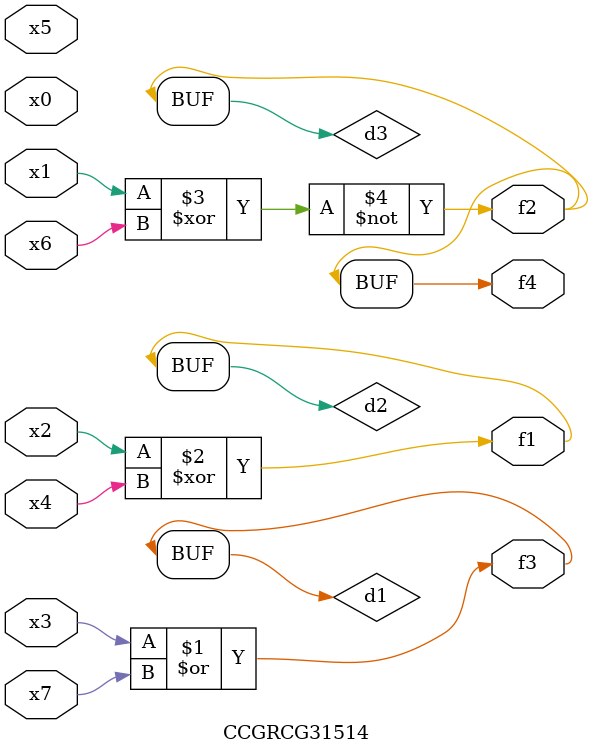
<source format=v>
module CCGRCG31514(
	input x0, x1, x2, x3, x4, x5, x6, x7,
	output f1, f2, f3, f4
);

	wire d1, d2, d3;

	or (d1, x3, x7);
	xor (d2, x2, x4);
	xnor (d3, x1, x6);
	assign f1 = d2;
	assign f2 = d3;
	assign f3 = d1;
	assign f4 = d3;
endmodule

</source>
